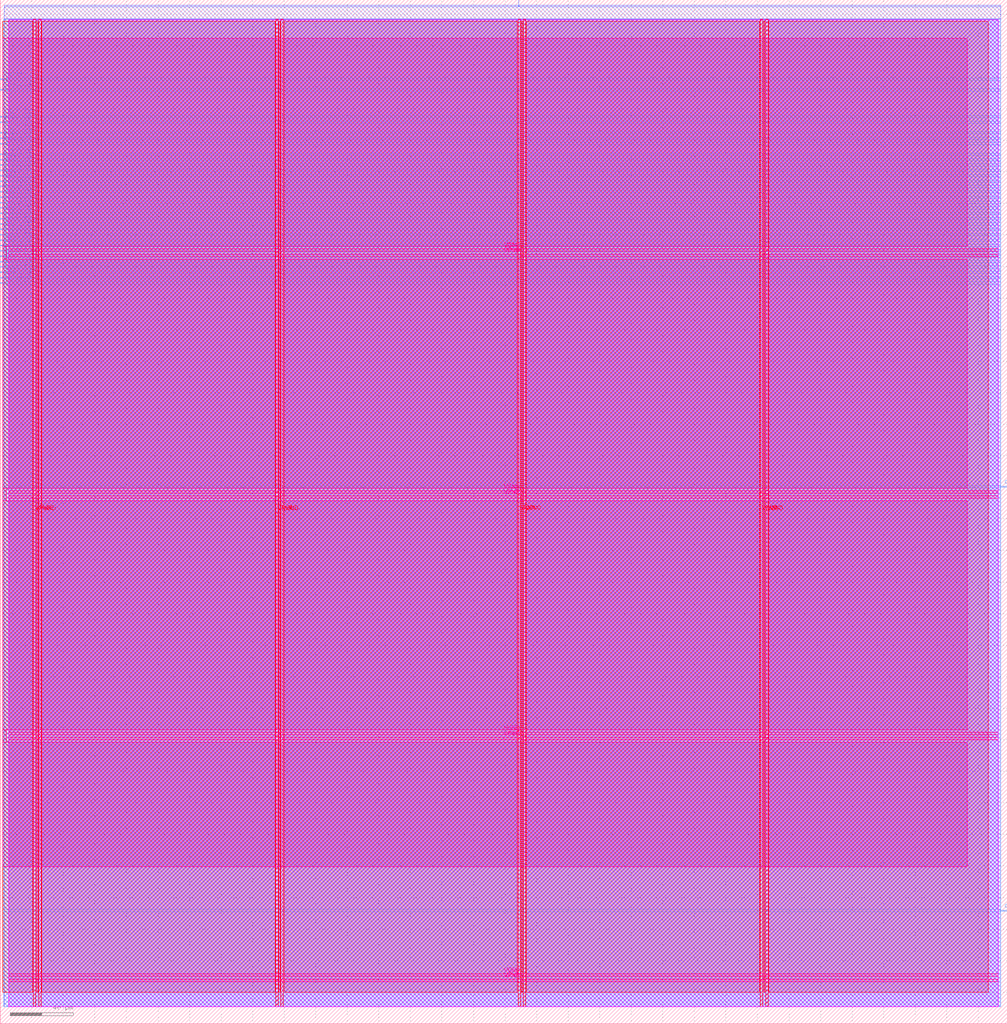
<source format=lef>
VERSION 5.7 ;
  NOWIREEXTENSIONATPIN ON ;
  DIVIDERCHAR "/" ;
  BUSBITCHARS "[]" ;
MACRO pl_riscv_cpu
  CLASS BLOCK ;
  FOREIGN pl_riscv_cpu ;
  ORIGIN 0.000 0.000 ;
  SIZE 638.325 BY 649.045 ;
  PIN Instr[0]
    DIRECTION OUTPUT ;
    USE SIGNAL ;
    ANTENNADIFFAREA 0.445500 ;
    PORT
      LAYER met3 ;
        RECT 0.000 469.240 4.000 469.840 ;
    END
  END Instr[0]
  PIN Instr[10]
    DIRECTION OUTPUT ;
    USE SIGNAL ;
    ANTENNADIFFAREA 0.445500 ;
    PORT
      LAYER met3 ;
        RECT 0.000 561.040 4.000 561.640 ;
    END
  END Instr[10]
  PIN Instr[11]
    DIRECTION OUTPUT ;
    USE SIGNAL ;
    ANTENNADIFFAREA 0.445500 ;
    PORT
      LAYER met3 ;
        RECT 0.000 496.440 4.000 497.040 ;
    END
  END Instr[11]
  PIN Instr[12]
    DIRECTION OUTPUT ;
    USE SIGNAL ;
    ANTENNADIFFAREA 0.445500 ;
    PORT
      LAYER met3 ;
        RECT 0.000 489.640 4.000 490.240 ;
    END
  END Instr[12]
  PIN Instr[13]
    DIRECTION OUTPUT ;
    USE SIGNAL ;
    ANTENNADIFFAREA 0.445500 ;
    PORT
      LAYER met3 ;
        RECT 0.000 499.840 4.000 500.440 ;
    END
  END Instr[13]
  PIN Instr[14]
    DIRECTION OUTPUT ;
    USE SIGNAL ;
    ANTENNADIFFAREA 0.445500 ;
    PORT
      LAYER met3 ;
        RECT 0.000 533.840 4.000 534.440 ;
    END
  END Instr[14]
  PIN Instr[15]
    DIRECTION OUTPUT ;
    USE SIGNAL ;
    ANTENNADIFFAREA 0.445500 ;
    PORT
      LAYER met3 ;
        RECT 0.000 527.040 4.000 527.640 ;
    END
  END Instr[15]
  PIN Instr[16]
    DIRECTION OUTPUT ;
    USE SIGNAL ;
    ANTENNADIFFAREA 0.445500 ;
    PORT
      LAYER met3 ;
        RECT 0.000 574.640 4.000 575.240 ;
    END
  END Instr[16]
  PIN Instr[17]
    DIRECTION OUTPUT ;
    USE SIGNAL ;
    ANTENNADIFFAREA 0.445500 ;
    PORT
      LAYER met3 ;
        RECT 0.000 493.040 4.000 493.640 ;
    END
  END Instr[17]
  PIN Instr[18]
    DIRECTION OUTPUT ;
    USE SIGNAL ;
    ANTENNADIFFAREA 0.445500 ;
    PORT
      LAYER met3 ;
        RECT 0.000 564.440 4.000 565.040 ;
    END
  END Instr[18]
  PIN Instr[19]
    DIRECTION OUTPUT ;
    USE SIGNAL ;
    ANTENNADIFFAREA 0.445500 ;
    PORT
      LAYER met3 ;
        RECT 0.000 479.440 4.000 480.040 ;
    END
  END Instr[19]
  PIN Instr[1]
    DIRECTION OUTPUT ;
    USE SIGNAL ;
    ANTENNADIFFAREA 0.445500 ;
    PORT
      LAYER met3 ;
        RECT 0.000 482.840 4.000 483.440 ;
    END
  END Instr[1]
  PIN Instr[20]
    DIRECTION OUTPUT ;
    USE SIGNAL ;
    ANTENNADIFFAREA 0.445500 ;
    PORT
      LAYER met3 ;
        RECT 0.000 571.240 4.000 571.840 ;
    END
  END Instr[20]
  PIN Instr[21]
    DIRECTION OUTPUT ;
    USE SIGNAL ;
    ANTENNADIFFAREA 0.445500 ;
    PORT
      LAYER met3 ;
        RECT 0.000 591.640 4.000 592.240 ;
    END
  END Instr[21]
  PIN Instr[22]
    DIRECTION OUTPUT ;
    USE SIGNAL ;
    ANTENNADIFFAREA 0.445500 ;
    PORT
      LAYER met3 ;
        RECT 0.000 557.640 4.000 558.240 ;
    END
  END Instr[22]
  PIN Instr[23]
    DIRECTION OUTPUT ;
    USE SIGNAL ;
    ANTENNADIFFAREA 0.445500 ;
    PORT
      LAYER met3 ;
        RECT 0.000 598.440 4.000 599.040 ;
    END
  END Instr[23]
  PIN Instr[24]
    DIRECTION OUTPUT ;
    USE SIGNAL ;
    ANTENNADIFFAREA 0.445500 ;
    PORT
      LAYER met3 ;
        RECT 0.000 516.840 4.000 517.440 ;
    END
  END Instr[24]
  PIN Instr[25]
    DIRECTION OUTPUT ;
    USE SIGNAL ;
    ANTENNADIFFAREA 0.445500 ;
    PORT
      LAYER met3 ;
        RECT 0.000 550.840 4.000 551.440 ;
    END
  END Instr[25]
  PIN Instr[26]
    DIRECTION OUTPUT ;
    USE SIGNAL ;
    ANTENNADIFFAREA 0.445500 ;
    PORT
      LAYER met3 ;
        RECT 0.000 540.640 4.000 541.240 ;
    END
  END Instr[26]
  PIN Instr[27]
    DIRECTION OUTPUT ;
    USE SIGNAL ;
    ANTENNADIFFAREA 0.445500 ;
    PORT
      LAYER met3 ;
        RECT 0.000 520.240 4.000 520.840 ;
    END
  END Instr[27]
  PIN Instr[28]
    DIRECTION OUTPUT ;
    USE SIGNAL ;
    ANTENNADIFFAREA 0.445500 ;
    PORT
      LAYER met3 ;
        RECT 0.000 476.040 4.000 476.640 ;
    END
  END Instr[28]
  PIN Instr[29]
    DIRECTION OUTPUT ;
    USE SIGNAL ;
    ANTENNADIFFAREA 0.445500 ;
    PORT
      LAYER met3 ;
        RECT 0.000 506.640 4.000 507.240 ;
    END
  END Instr[29]
  PIN Instr[2]
    DIRECTION OUTPUT ;
    USE SIGNAL ;
    ANTENNADIFFAREA 0.445500 ;
    PORT
      LAYER met3 ;
        RECT 0.000 472.640 4.000 473.240 ;
    END
  END Instr[2]
  PIN Instr[30]
    DIRECTION OUTPUT ;
    USE SIGNAL ;
    ANTENNADIFFAREA 0.445500 ;
    PORT
      LAYER met3 ;
        RECT 0.000 510.040 4.000 510.640 ;
    END
  END Instr[30]
  PIN Instr[31]
    DIRECTION OUTPUT ;
    USE SIGNAL ;
    ANTENNADIFFAREA 0.445500 ;
    PORT
      LAYER met3 ;
        RECT 0.000 513.440 4.000 514.040 ;
    END
  END Instr[31]
  PIN Instr[3]
    DIRECTION OUTPUT ;
    USE SIGNAL ;
    ANTENNADIFFAREA 0.445500 ;
    PORT
      LAYER met3 ;
        RECT 0.000 486.240 4.000 486.840 ;
    END
  END Instr[3]
  PIN Instr[4]
    DIRECTION OUTPUT ;
    USE SIGNAL ;
    ANTENNADIFFAREA 0.445500 ;
    PORT
      LAYER met3 ;
        RECT 0.000 547.440 4.000 548.040 ;
    END
  END Instr[4]
  PIN Instr[5]
    DIRECTION OUTPUT ;
    USE SIGNAL ;
    ANTENNADIFFAREA 0.445500 ;
    PORT
      LAYER met3 ;
        RECT 0.000 523.640 4.000 524.240 ;
    END
  END Instr[5]
  PIN Instr[6]
    DIRECTION OUTPUT ;
    USE SIGNAL ;
    ANTENNADIFFAREA 0.445500 ;
    PORT
      LAYER met3 ;
        RECT 0.000 530.440 4.000 531.040 ;
    END
  END Instr[6]
  PIN Instr[7]
    DIRECTION OUTPUT ;
    USE SIGNAL ;
    ANTENNADIFFAREA 0.445500 ;
    PORT
      LAYER met3 ;
        RECT 0.000 544.040 4.000 544.640 ;
    END
  END Instr[7]
  PIN Instr[8]
    DIRECTION OUTPUT ;
    USE SIGNAL ;
    ANTENNADIFFAREA 0.445500 ;
    PORT
      LAYER met3 ;
        RECT 0.000 503.240 4.000 503.840 ;
    END
  END Instr[8]
  PIN Instr[9]
    DIRECTION OUTPUT ;
    USE SIGNAL ;
    ANTENNADIFFAREA 0.445500 ;
    PORT
      LAYER met3 ;
        RECT 0.000 537.240 4.000 537.840 ;
    END
  END Instr[9]
  PIN VGND
    DIRECTION INOUT ;
    USE GROUND ;
    PORT
      LAYER met4 ;
        RECT 24.340 10.640 25.940 636.720 ;
    END
    PORT
      LAYER met4 ;
        RECT 177.940 10.640 179.540 636.720 ;
    END
    PORT
      LAYER met4 ;
        RECT 331.540 10.640 333.140 636.720 ;
    END
    PORT
      LAYER met4 ;
        RECT 485.140 10.640 486.740 636.720 ;
    END
    PORT
      LAYER met5 ;
        RECT 5.280 30.030 632.740 31.630 ;
    END
    PORT
      LAYER met5 ;
        RECT 5.280 183.210 632.740 184.810 ;
    END
    PORT
      LAYER met5 ;
        RECT 5.280 336.390 632.740 337.990 ;
    END
    PORT
      LAYER met5 ;
        RECT 5.280 489.570 632.740 491.170 ;
    END
  END VGND
  PIN VPWR
    DIRECTION INOUT ;
    USE POWER ;
    PORT
      LAYER met4 ;
        RECT 21.040 10.640 22.640 636.720 ;
    END
    PORT
      LAYER met4 ;
        RECT 174.640 10.640 176.240 636.720 ;
    END
    PORT
      LAYER met4 ;
        RECT 328.240 10.640 329.840 636.720 ;
    END
    PORT
      LAYER met4 ;
        RECT 481.840 10.640 483.440 636.720 ;
    END
    PORT
      LAYER met5 ;
        RECT 5.280 26.730 632.740 28.330 ;
    END
    PORT
      LAYER met5 ;
        RECT 5.280 179.910 632.740 181.510 ;
    END
    PORT
      LAYER met5 ;
        RECT 5.280 333.090 632.740 334.690 ;
    END
    PORT
      LAYER met5 ;
        RECT 5.280 486.270 632.740 487.870 ;
    END
  END VPWR
  PIN clk
    DIRECTION INPUT ;
    USE SIGNAL ;
    ANTENNAGATEAREA 0.852000 ;
    ANTENNADIFFAREA 0.434700 ;
    PORT
      LAYER met3 ;
        RECT 634.325 71.440 638.325 72.040 ;
    END
  END clk
  PIN correct
    DIRECTION OUTPUT ;
    USE SIGNAL ;
    ANTENNADIFFAREA 0.445500 ;
    PORT
      LAYER met3 ;
        RECT 634.325 340.040 638.325 340.640 ;
    END
  END correct
  PIN reset
    DIRECTION INPUT ;
    USE SIGNAL ;
    ANTENNAGATEAREA 0.247500 ;
    PORT
      LAYER met2 ;
        RECT 328.530 645.045 328.810 649.045 ;
    END
  END reset
  OBS
      LAYER nwell ;
        RECT 5.330 10.795 632.690 636.565 ;
      LAYER li1 ;
        RECT 5.520 10.795 632.500 636.565 ;
      LAYER met1 ;
        RECT 2.370 10.640 634.270 637.120 ;
      LAYER met2 ;
        RECT 2.390 644.765 328.250 645.730 ;
        RECT 329.090 644.765 634.250 645.730 ;
        RECT 2.390 10.695 634.250 644.765 ;
      LAYER met3 ;
        RECT 2.110 599.440 634.325 636.645 ;
        RECT 4.400 598.040 634.325 599.440 ;
        RECT 2.110 592.640 634.325 598.040 ;
        RECT 4.400 591.240 634.325 592.640 ;
        RECT 2.110 575.640 634.325 591.240 ;
        RECT 4.400 574.240 634.325 575.640 ;
        RECT 2.110 572.240 634.325 574.240 ;
        RECT 4.400 570.840 634.325 572.240 ;
        RECT 2.110 565.440 634.325 570.840 ;
        RECT 4.400 564.040 634.325 565.440 ;
        RECT 2.110 562.040 634.325 564.040 ;
        RECT 4.400 560.640 634.325 562.040 ;
        RECT 2.110 558.640 634.325 560.640 ;
        RECT 4.400 557.240 634.325 558.640 ;
        RECT 2.110 551.840 634.325 557.240 ;
        RECT 4.400 550.440 634.325 551.840 ;
        RECT 2.110 548.440 634.325 550.440 ;
        RECT 4.400 547.040 634.325 548.440 ;
        RECT 2.110 545.040 634.325 547.040 ;
        RECT 4.400 543.640 634.325 545.040 ;
        RECT 2.110 541.640 634.325 543.640 ;
        RECT 4.400 540.240 634.325 541.640 ;
        RECT 2.110 538.240 634.325 540.240 ;
        RECT 4.400 536.840 634.325 538.240 ;
        RECT 2.110 534.840 634.325 536.840 ;
        RECT 4.400 533.440 634.325 534.840 ;
        RECT 2.110 531.440 634.325 533.440 ;
        RECT 4.400 530.040 634.325 531.440 ;
        RECT 2.110 528.040 634.325 530.040 ;
        RECT 4.400 526.640 634.325 528.040 ;
        RECT 2.110 524.640 634.325 526.640 ;
        RECT 4.400 523.240 634.325 524.640 ;
        RECT 2.110 521.240 634.325 523.240 ;
        RECT 4.400 519.840 634.325 521.240 ;
        RECT 2.110 517.840 634.325 519.840 ;
        RECT 4.400 516.440 634.325 517.840 ;
        RECT 2.110 514.440 634.325 516.440 ;
        RECT 4.400 513.040 634.325 514.440 ;
        RECT 2.110 511.040 634.325 513.040 ;
        RECT 4.400 509.640 634.325 511.040 ;
        RECT 2.110 507.640 634.325 509.640 ;
        RECT 4.400 506.240 634.325 507.640 ;
        RECT 2.110 504.240 634.325 506.240 ;
        RECT 4.400 502.840 634.325 504.240 ;
        RECT 2.110 500.840 634.325 502.840 ;
        RECT 4.400 499.440 634.325 500.840 ;
        RECT 2.110 497.440 634.325 499.440 ;
        RECT 4.400 496.040 634.325 497.440 ;
        RECT 2.110 494.040 634.325 496.040 ;
        RECT 4.400 492.640 634.325 494.040 ;
        RECT 2.110 490.640 634.325 492.640 ;
        RECT 4.400 489.240 634.325 490.640 ;
        RECT 2.110 487.240 634.325 489.240 ;
        RECT 4.400 485.840 634.325 487.240 ;
        RECT 2.110 483.840 634.325 485.840 ;
        RECT 4.400 482.440 634.325 483.840 ;
        RECT 2.110 480.440 634.325 482.440 ;
        RECT 4.400 479.040 634.325 480.440 ;
        RECT 2.110 477.040 634.325 479.040 ;
        RECT 4.400 475.640 634.325 477.040 ;
        RECT 2.110 473.640 634.325 475.640 ;
        RECT 4.400 472.240 634.325 473.640 ;
        RECT 2.110 470.240 634.325 472.240 ;
        RECT 4.400 468.840 634.325 470.240 ;
        RECT 2.110 341.040 634.325 468.840 ;
        RECT 2.110 339.640 633.925 341.040 ;
        RECT 2.110 72.440 634.325 339.640 ;
        RECT 2.110 71.040 633.925 72.440 ;
        RECT 2.110 10.715 634.325 71.040 ;
      LAYER met4 ;
        RECT 1.710 19.895 20.640 635.625 ;
        RECT 23.040 19.895 23.940 635.625 ;
        RECT 26.340 19.895 174.240 635.625 ;
        RECT 176.640 19.895 177.540 635.625 ;
        RECT 179.940 19.895 327.840 635.625 ;
        RECT 330.240 19.895 331.140 635.625 ;
        RECT 333.540 19.895 481.440 635.625 ;
        RECT 483.840 19.895 484.740 635.625 ;
        RECT 487.140 19.895 626.225 635.625 ;
      LAYER met5 ;
        RECT 1.500 492.770 613.060 624.700 ;
        RECT 1.500 484.670 3.680 492.770 ;
        RECT 1.500 339.590 613.060 484.670 ;
        RECT 1.500 331.490 3.680 339.590 ;
        RECT 1.500 186.410 613.060 331.490 ;
        RECT 1.500 178.310 3.680 186.410 ;
        RECT 1.500 99.500 613.060 178.310 ;
  END
END pl_riscv_cpu
END LIBRARY


</source>
